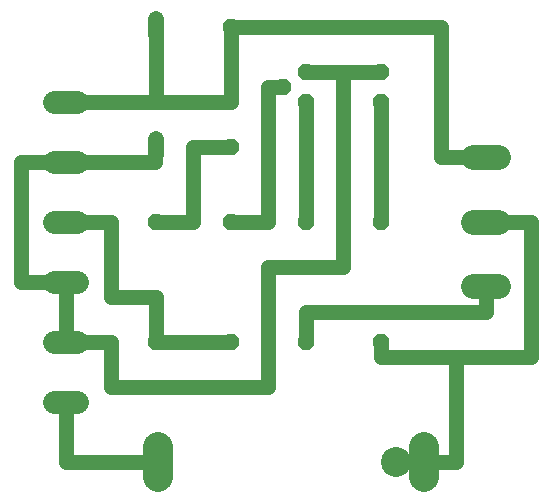
<source format=gbr>
G04 EAGLE Gerber X2 export*
%TF.Part,Single*%
%TF.FileFunction,Copper,L2,Bot,Mixed*%
%TF.FilePolarity,Positive*%
%TF.GenerationSoftware,Autodesk,EAGLE,8.6.3*%
%TF.CreationDate,2019-07-23T16:48:33Z*%
G75*
%MOMM*%
%FSLAX34Y34*%
%LPD*%
%AMOC8*
5,1,8,0,0,1.08239X$1,22.5*%
G01*
%ADD10C,1.320800*%
%ADD11C,2.540000*%
%ADD12P,1.429621X8X112.500000*%
%ADD13C,2.095500*%
%ADD14C,1.981200*%
%ADD15C,1.270000*%
%ADD16C,2.540000*%


D10*
X152400Y451104D02*
X152400Y437896D01*
X152400Y349504D02*
X152400Y336296D01*
D11*
X154178Y88900D02*
X154178Y63500D01*
X379222Y63500D02*
X379222Y88900D01*
D12*
X342900Y381000D03*
X342900Y406400D03*
D13*
X421323Y224790D02*
X442278Y224790D01*
X442278Y279400D02*
X421323Y279400D01*
X421323Y334010D02*
X442278Y334010D01*
D12*
X215900Y342900D03*
X215900Y444500D03*
X152400Y177800D03*
X152400Y279400D03*
X215900Y177800D03*
X215900Y279400D03*
X279400Y177800D03*
X279400Y279400D03*
X342900Y177800D03*
X342900Y279400D03*
X279400Y406400D03*
X260350Y393700D03*
X279400Y381000D03*
D14*
X86106Y330454D02*
X66294Y330454D01*
X66294Y380746D02*
X86106Y380746D01*
X86106Y228854D02*
X66294Y228854D01*
X66294Y279146D02*
X86106Y279146D01*
X86106Y127254D02*
X66294Y127254D01*
X66294Y177546D02*
X86106Y177546D01*
D15*
X184150Y342900D02*
X215900Y342900D01*
X184150Y342900D02*
X184150Y279400D01*
X152400Y279400D01*
X152400Y177800D02*
X215900Y177800D01*
X89154Y279400D02*
X76200Y279146D01*
X89154Y279400D02*
X114300Y279400D01*
X114300Y215900D01*
X152400Y215900D01*
X152400Y177800D01*
X215900Y279400D02*
X247650Y279400D01*
X247650Y393700D01*
X260350Y393700D01*
X379222Y76200D02*
X406400Y76200D01*
X431800Y279400D02*
X469900Y279400D01*
X469900Y165100D01*
X342900Y165100D02*
X342900Y177800D01*
X342900Y165100D02*
X406400Y165100D01*
X469900Y165100D01*
X406400Y165100D02*
X406400Y76200D01*
X379222Y76200D02*
X355600Y76200D01*
D16*
X355600Y76200D03*
D15*
X76327Y330327D02*
X76200Y330454D01*
X76327Y330327D02*
X38100Y330200D01*
X152273Y330327D02*
X152400Y342900D01*
X152273Y330327D02*
X76327Y330327D01*
X38100Y330200D02*
X38100Y228600D01*
X311150Y406400D02*
X342900Y406400D01*
X311150Y406400D02*
X279400Y406400D01*
X76200Y228346D02*
X76200Y177546D01*
X75946Y228600D02*
X38100Y228600D01*
X76200Y177800D02*
X76200Y177546D01*
X311150Y241300D02*
X311150Y406400D01*
X311150Y241300D02*
X247650Y241300D01*
X247650Y139700D02*
X114300Y139700D01*
X247650Y139700D02*
X247650Y241300D01*
X76200Y228854D02*
X76200Y228346D01*
X75946Y228600D01*
X76454Y177800D02*
X76200Y177546D01*
X76454Y177800D02*
X114300Y177800D01*
X114300Y139700D01*
X101854Y381000D02*
X76200Y380746D01*
X101854Y381000D02*
X152400Y381000D01*
X215900Y381000D01*
X215900Y444500D01*
X152400Y444500D02*
X152400Y381000D01*
X215900Y444500D02*
X393700Y444500D01*
X393700Y334010D02*
X431800Y334010D01*
X393700Y334010D02*
X393700Y444500D01*
X154178Y76200D02*
X76200Y76200D01*
X76200Y127254D01*
X279400Y279400D02*
X279400Y381000D01*
X279400Y203200D02*
X279400Y177800D01*
X279400Y203200D02*
X431800Y203200D01*
X431800Y224790D01*
X342900Y279400D02*
X342900Y381000D01*
M02*

</source>
